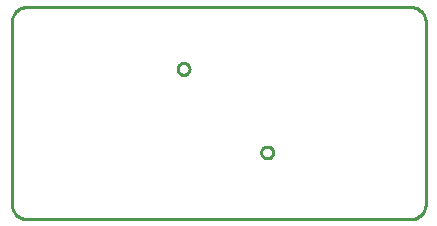
<source format=gbr>
G04 EAGLE Gerber X2 export*
%TF.Part,Single*%
%TF.FileFunction,Profile,NP*%
%TF.FilePolarity,Positive*%
%TF.GenerationSoftware,Autodesk,EAGLE,9.0.1*%
%TF.CreationDate,2018-09-06T19:24:28Z*%
G75*
%MOMM*%
%FSLAX34Y34*%
%LPD*%
%AMOC8*
5,1,8,0,0,1.08239X$1,22.5*%
G01*
%ADD10C,0.254000*%


D10*
X46990Y110490D02*
X47038Y109383D01*
X47183Y108285D01*
X47423Y107203D01*
X47756Y106146D01*
X48180Y105123D01*
X48691Y104140D01*
X49287Y103206D01*
X49961Y102327D01*
X50710Y101510D01*
X51527Y100761D01*
X52406Y100087D01*
X53340Y99491D01*
X54323Y98980D01*
X55346Y98556D01*
X56403Y98223D01*
X57485Y97983D01*
X58583Y97838D01*
X59690Y97790D01*
X384610Y97790D01*
X385717Y97838D01*
X386815Y97983D01*
X387897Y98223D01*
X388954Y98556D01*
X389977Y98980D01*
X390960Y99491D01*
X391894Y100087D01*
X392773Y100761D01*
X393590Y101510D01*
X394339Y102327D01*
X395013Y103206D01*
X395609Y104140D01*
X396120Y105123D01*
X396544Y106146D01*
X396877Y107203D01*
X397117Y108285D01*
X397262Y109383D01*
X397310Y110490D01*
X397310Y264670D01*
X397262Y265777D01*
X397117Y266875D01*
X396877Y267957D01*
X396544Y269014D01*
X396120Y270037D01*
X395609Y271020D01*
X395013Y271954D01*
X394339Y272833D01*
X393590Y273650D01*
X392773Y274399D01*
X391894Y275073D01*
X390960Y275669D01*
X389977Y276180D01*
X388954Y276604D01*
X387897Y276937D01*
X386815Y277177D01*
X385717Y277322D01*
X384610Y277370D01*
X59690Y277370D01*
X58583Y277322D01*
X57485Y277177D01*
X56403Y276937D01*
X55346Y276604D01*
X54323Y276180D01*
X53340Y275669D01*
X52406Y275073D01*
X51527Y274399D01*
X50710Y273650D01*
X49961Y272833D01*
X49287Y271954D01*
X48691Y271020D01*
X48180Y270037D01*
X47756Y269014D01*
X47423Y267957D01*
X47183Y266875D01*
X47038Y265777D01*
X46990Y264670D01*
X46990Y110490D01*
X259323Y157584D02*
X258973Y157145D01*
X258674Y156669D01*
X258431Y156163D01*
X258245Y155633D01*
X258120Y155085D01*
X258057Y154527D01*
X258057Y153966D01*
X258120Y153408D01*
X258245Y152860D01*
X258431Y152330D01*
X258674Y151824D01*
X258973Y151349D01*
X259323Y150910D01*
X259720Y150513D01*
X260159Y150162D01*
X260635Y149864D01*
X261141Y149620D01*
X261671Y149434D01*
X262218Y149310D01*
X262777Y149247D01*
X263338Y149247D01*
X263896Y149310D01*
X264444Y149434D01*
X264974Y149620D01*
X265480Y149864D01*
X265955Y150162D01*
X266394Y150513D01*
X266791Y150910D01*
X267142Y151349D01*
X267440Y151824D01*
X267684Y152330D01*
X267869Y152860D01*
X267994Y153408D01*
X268057Y153966D01*
X268057Y154527D01*
X267994Y155085D01*
X267869Y155633D01*
X267684Y156163D01*
X267440Y156669D01*
X267142Y157145D01*
X266791Y157584D01*
X266394Y157981D01*
X265955Y158331D01*
X265480Y158630D01*
X264974Y158873D01*
X264444Y159059D01*
X263896Y159184D01*
X263338Y159247D01*
X262777Y159247D01*
X262218Y159184D01*
X261671Y159059D01*
X261141Y158873D01*
X260635Y158630D01*
X260159Y158331D01*
X259720Y157981D01*
X259323Y157584D01*
X188613Y228294D02*
X188262Y227855D01*
X187964Y227380D01*
X187720Y226874D01*
X187535Y226344D01*
X187410Y225796D01*
X187347Y225238D01*
X187347Y224676D01*
X187410Y224118D01*
X187535Y223571D01*
X187720Y223041D01*
X187964Y222535D01*
X188262Y222059D01*
X188613Y221620D01*
X189010Y221223D01*
X189449Y220873D01*
X189924Y220574D01*
X190430Y220331D01*
X190960Y220145D01*
X191508Y220020D01*
X192066Y219957D01*
X192627Y219957D01*
X193186Y220020D01*
X193733Y220145D01*
X194263Y220331D01*
X194769Y220574D01*
X195245Y220873D01*
X195684Y221223D01*
X196081Y221620D01*
X196431Y222059D01*
X196730Y222535D01*
X196973Y223041D01*
X197159Y223571D01*
X197284Y224118D01*
X197347Y224676D01*
X197347Y225238D01*
X197284Y225796D01*
X197159Y226344D01*
X196973Y226874D01*
X196730Y227380D01*
X196431Y227855D01*
X196081Y228294D01*
X195684Y228691D01*
X195245Y229042D01*
X194769Y229340D01*
X194263Y229584D01*
X193733Y229769D01*
X193186Y229894D01*
X192627Y229957D01*
X192066Y229957D01*
X191508Y229894D01*
X190960Y229769D01*
X190430Y229584D01*
X189924Y229340D01*
X189449Y229042D01*
X189010Y228691D01*
X188613Y228294D01*
M02*

</source>
